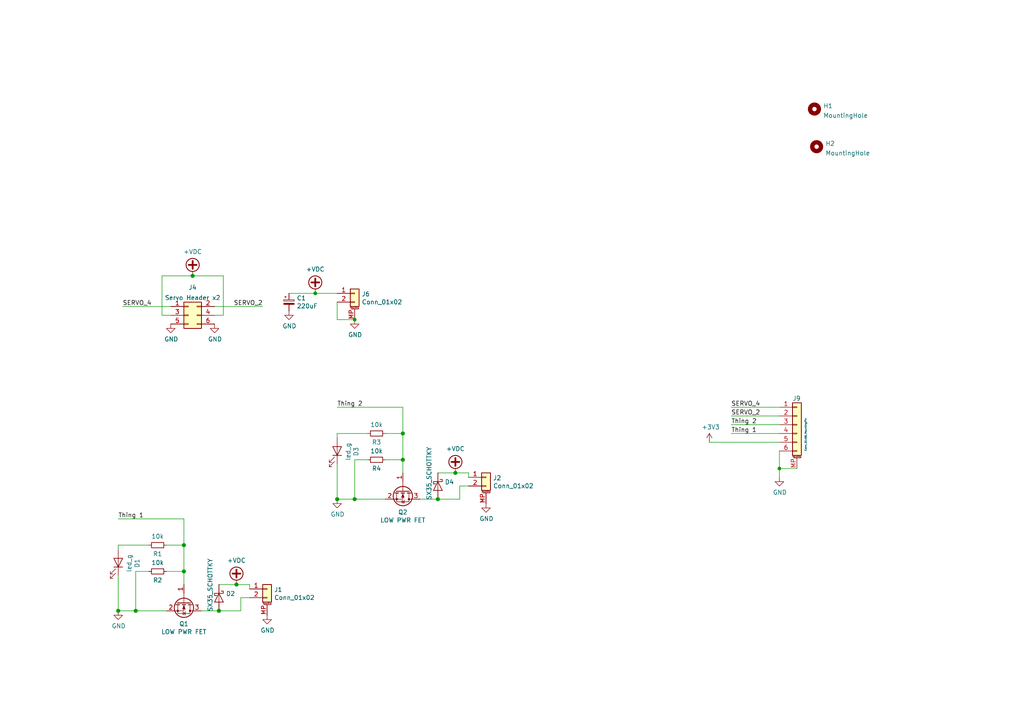
<source format=kicad_sch>
(kicad_sch (version 20211123) (generator eeschema)
  (paper "A4")
  (lib_symbols
    (symbol "Connector_Generic:Conn_02x03_Odd_Even" (pin_names (offset 1.016) hide)
      (property "Reference" "J" (at 1.27 5.08 0))
      (property "Value" "Conn_02x03_Odd_Even" (at 1.27 -5.08 0))
      (symbol "Conn_02x03_Odd_Even_1_1"
        (rectangle (start -1.27 -2.413) (end 0 -2.667) (stroke (width 0.1524)))
        (rectangle (start -1.27 0.127) (end 0 -0.127) (stroke (width 0.1524)))
        (rectangle (start -1.27 2.667) (end 0 2.413) (stroke (width 0.1524)))
        (rectangle (start -1.27 3.81) (end 3.81 -3.81) (stroke (width 0.254)) (fill (type background)))
        (rectangle (start 3.81 -2.413) (end 2.54 -2.667) (stroke (width 0.1524)))
        (rectangle (start 3.81 0.127) (end 2.54 -0.127) (stroke (width 0.1524)))
        (rectangle (start 3.81 2.667) (end 2.54 2.413) (stroke (width 0.1524)))
        (pin passive line (at -5.08 2.54 0) (length 3.81) (name "Pin_1") (number "1"))
        (pin passive line (at 7.62 2.54 180) (length 3.81) (name "Pin_2") (number "2"))
        (pin passive line (at -5.08 0 0) (length 3.81) (name "Pin_3") (number "3"))
        (pin passive line (at 7.62 0 180) (length 3.81) (name "Pin_4") (number "4"))
        (pin passive line (at -5.08 -2.54 0) (length 3.81) (name "Pin_5") (number "5"))
        (pin passive line (at 7.62 -2.54 180) (length 3.81) (name "Pin_6") (number "6"))
      )
    )
    (symbol "Connector_Generic_MountingPin:Conn_01x02_MountingPin" (pin_names (offset 1.016) hide)
      (property "Reference" "J" (at 0 2.54 0))
      (property "Value" "Conn_01x02_MountingPin" (at 1.27 -5.08 0))
      (symbol "Conn_01x02_MountingPin_1_1"
        (rectangle (start -1.27 -2.413) (end 0 -2.667) (stroke (width 0.1524)))
        (rectangle (start -1.27 0.127) (end 0 -0.127) (stroke (width 0.1524)))
        (rectangle (start -1.27 1.27) (end 1.27 -3.81) (stroke (width 0.254)) (fill (type background)))
        (polyline (pts (xy -1.016 -4.572) (xy 1.016 -4.572)) (stroke (width 0.1524)))
        (text "Mounting" (at 0 -4.191 0) (effects (font (size 0.381 0.381))))
        (pin passive line (at -5.08 0 0) (length 3.81) (name "Pin_1") (number "1"))
        (pin passive line (at -5.08 -2.54 0) (length 3.81) (name "Pin_2") (number "2"))
        (pin passive line (at 0 -7.62 90) (length 3.048) (name "MountPin") (number "MP"))
      )
    )
    (symbol "Connector_Generic_MountingPin:Conn_01x06_MountingPin" (pin_names (offset 1.016) hide)
      (property "Reference" "J" (at 0 7.62 0))
      (property "Value" "Conn_01x06_MountingPin" (at 1.27 -10.16 0))
      (symbol "Conn_01x06_MountingPin_1_1"
        (rectangle (start -1.27 -7.493) (end 0 -7.747) (stroke (width 0.1524)))
        (rectangle (start -1.27 -4.953) (end 0 -5.207) (stroke (width 0.1524)))
        (rectangle (start -1.27 -2.413) (end 0 -2.667) (stroke (width 0.1524)))
        (rectangle (start -1.27 0.127) (end 0 -0.127) (stroke (width 0.1524)))
        (rectangle (start -1.27 2.667) (end 0 2.413) (stroke (width 0.1524)))
        (rectangle (start -1.27 5.207) (end 0 4.953) (stroke (width 0.1524)))
        (rectangle (start -1.27 6.35) (end 1.27 -8.89) (stroke (width 0.254)) (fill (type background)))
        (polyline (pts (xy -1.016 -9.652) (xy 1.016 -9.652)) (stroke (width 0.1524)))
        (text "Mounting" (at 0 -9.271 0) (effects (font (size 0.381 0.381))))
        (pin passive line (at -5.08 5.08 0) (length 3.81) (name "Pin_1") (number "1"))
        (pin passive line (at -5.08 2.54 0) (length 3.81) (name "Pin_2") (number "2"))
        (pin passive line (at -5.08 0 0) (length 3.81) (name "Pin_3") (number "3"))
        (pin passive line (at -5.08 -2.54 0) (length 3.81) (name "Pin_4") (number "4"))
        (pin passive line (at -5.08 -5.08 0) (length 3.81) (name "Pin_5") (number "5"))
        (pin passive line (at -5.08 -7.62 0) (length 3.81) (name "Pin_6") (number "6"))
        (pin passive line (at 0 -12.7 90) (length 3.048) (name "MountPin") (number "MP"))
      )
    )
    (symbol "Device:CP_Small" (pin_numbers hide) (pin_names (offset 0.254) hide)
      (property "Reference" "C" (at 0.254 1.778 0))
      (property "Value" "CP_Small" (at 0.254 -2.032 0))
      (symbol "CP_Small_0_1"
        (rectangle (start -1.524 -0.3048) (end 1.524 -0.6858) (fill (type outline)))
        (rectangle (start -1.524 0.6858) (end 1.524 0.3048))
        (polyline (pts (xy -1.27 1.524) (xy -0.762 1.524)))
        (polyline (pts (xy -1.016 1.27) (xy -1.016 1.778)))
      )
      (symbol "CP_Small_1_1"
        (pin passive line (at 0 2.54 270) (length 1.8542) (name "~") (number "1"))
        (pin passive line (at 0 -2.54 90) (length 1.8542) (name "~") (number "2"))
      )
    )
    (symbol "Device:D_Schottky" (pin_numbers hide) (pin_names (offset 1.016) hide)
      (property "Reference" "D" (at 0 2.54 0))
      (property "Value" "D_Schottky" (at 0 -2.54 0))
      (symbol "D_Schottky_0_1"
        (polyline (pts (xy 1.27 0) (xy -1.27 0)))
        (polyline (pts (xy 1.27 1.27) (xy 1.27 -1.27) (xy -1.27 0) (xy 1.27 1.27)) (stroke (width 0.2032)))
        (polyline (pts (xy -1.905 0.635) (xy -1.905 1.27) (xy -1.27 1.27) (xy -1.27 -1.27) (xy -0.635 -1.27) (xy -0.635 -0.635)) (stroke (width 0.2032)))
      )
      (symbol "D_Schottky_1_1"
        (pin passive line (at -3.81 0 0) (length 2.54) (name "K") (number "1"))
        (pin passive line (at 3.81 0 180) (length 2.54) (name "A") (number "2"))
      )
    )
    (symbol "Device:LED" (pin_numbers hide) (pin_names (offset 1.016) hide)
      (property "Reference" "D" (at 0 2.54 0))
      (property "Value" "LED" (at 0 -2.54 0))
      (symbol "LED_0_1"
        (polyline (pts (xy -1.27 -1.27) (xy -1.27 1.27)) (stroke (width 0.2032)))
        (polyline (pts (xy -1.27 0) (xy 1.27 0)))
        (polyline (pts (xy 1.27 -1.27) (xy 1.27 1.27) (xy -1.27 0) (xy 1.27 -1.27)) (stroke (width 0.2032)))
        (polyline (pts (xy -3.048 -0.762) (xy -4.572 -2.286) (xy -3.81 -2.286) (xy -4.572 -2.286) (xy -4.572 -1.524)))
        (polyline (pts (xy -1.778 -0.762) (xy -3.302 -2.286) (xy -2.54 -2.286) (xy -3.302 -2.286) (xy -3.302 -1.524)))
      )
      (symbol "LED_1_1"
        (pin passive line (at -3.81 0 0) (length 2.54) (name "K") (number "1"))
        (pin passive line (at 3.81 0 180) (length 2.54) (name "A") (number "2"))
      )
    )
    (symbol "Device:Q_NMOS_GSD" (pin_names (offset 0) hide)
      (property "Reference" "Q" (at 5.08 1.27 0))
      (property "Value" "Q_NMOS_GSD" (at 5.08 -1.27 0))
      (symbol "Q_NMOS_GSD_0_1"
        (polyline (pts (xy 0.254 0) (xy -2.54 0)))
        (polyline (pts (xy 0.254 1.905) (xy 0.254 -1.905)) (stroke (width 0.254)))
        (polyline (pts (xy 0.762 -1.27) (xy 0.762 -2.286)) (stroke (width 0.254)))
        (polyline (pts (xy 0.762 0.508) (xy 0.762 -0.508)) (stroke (width 0.254)))
        (polyline (pts (xy 0.762 2.286) (xy 0.762 1.27)) (stroke (width 0.254)))
        (polyline (pts (xy 2.54 2.54) (xy 2.54 1.778)))
        (polyline (pts (xy 2.54 -2.54) (xy 2.54 0) (xy 0.762 0)))
        (polyline (pts (xy 0.762 -1.778) (xy 3.302 -1.778) (xy 3.302 1.778) (xy 0.762 1.778)))
        (polyline (pts (xy 1.016 0) (xy 2.032 0.381) (xy 2.032 -0.381) (xy 1.016 0)) (fill (type outline)))
        (polyline (pts (xy 2.794 0.508) (xy 2.921 0.381) (xy 3.683 0.381) (xy 3.81 0.254)))
        (polyline (pts (xy 3.302 0.381) (xy 2.921 -0.254) (xy 3.683 -0.254) (xy 3.302 0.381)))
        (circle (center 1.651 0) (radius 2.794) (stroke (width 0.254)))
        (circle (center 2.54 -1.778) (radius 0.254) (fill (type outline)))
        (circle (center 2.54 1.778) (radius 0.254) (fill (type outline)))
      )
      (symbol "Q_NMOS_GSD_1_1"
        (pin input line (at -5.08 0 0) (length 2.54) (name "G") (number "1"))
        (pin passive line (at 2.54 -5.08 90) (length 2.54) (name "S") (number "2"))
        (pin passive line (at 2.54 5.08 270) (length 2.54) (name "D") (number "3"))
      )
    )
    (symbol "Device:R_Small" (pin_numbers hide) (pin_names (offset 0.254) hide)
      (property "Reference" "R" (at 0.762 0.508 0))
      (property "Value" "R_Small" (at 0.762 -1.016 0))
      (symbol "R_Small_0_1"
        (rectangle (start -0.762 1.778) (end 0.762 -1.778) (stroke (width 0.2032)))
      )
      (symbol "R_Small_1_1"
        (pin passive line (at 0 2.54 270) (length 0.762) (name "~") (number "1"))
        (pin passive line (at 0 -2.54 90) (length 0.762) (name "~") (number "2"))
      )
    )
    (symbol "Mechanical:MountingHole" (pin_names (offset 1.016))
      (property "Reference" "H" (at 0 5.08 0))
      (property "Value" "MountingHole" (at 0 3.175 0))
      (symbol "MountingHole_0_1"
        (circle (center 0 0) (radius 1.27) (stroke (width 1.27)))
      )
    )
    (symbol "power:+3.3V" (power) (pin_names (offset 0))
      (property "Value" "+3.3V" (at 0 3.556 0))
      (symbol "+3.3V_0_1"
        (polyline (pts (xy -0.762 1.27) (xy 0 2.54)))
        (polyline (pts (xy 0 0) (xy 0 2.54)))
        (polyline (pts (xy 0 2.54) (xy 0.762 1.27)))
      )
      (symbol "+3.3V_1_1"
        (pin power_in line (at 0 0 90) (length 0) hide (name "+3V3") (number "1"))
      )
    )
    (symbol "power:+VDC" (power) (pin_names (offset 0))
      (property "Value" "+VDC" (at 0 6.35 0))
      (symbol "+VDC_0_1"
        (polyline (pts (xy -1.143 3.175) (xy 1.143 3.175)) (stroke (width 0.508)))
        (polyline (pts (xy 0 0) (xy 0 1.27)))
        (polyline (pts (xy 0 2.032) (xy 0 4.318)) (stroke (width 0.508)))
        (circle (center 0 3.175) (radius 1.905) (stroke (width 0.254)))
      )
      (symbol "+VDC_1_1"
        (pin power_in line (at 0 0 90) (length 0) hide (name "+VDC") (number "1"))
      )
    )
    (symbol "power:GND" (power) (pin_names (offset 0))
      (property "Value" "GND" (at 0 -3.81 0))
      (symbol "GND_0_1"
        (polyline (pts (xy 0 0) (xy 0 -1.27) (xy 1.27 -1.27) (xy 0 -2.54) (xy -1.27 -1.27) (xy 0 -1.27)))
      )
      (symbol "GND_1_1"
        (pin power_in line (at 0 0 270) (length 0) hide (name "GND") (number "1"))
      )
    )
  )
  (junction (at 91.44 85.09))
  (junction (at 102.87 92.71))
  (junction (at 53.34 165.735) (diameter 1.016))
  (junction (at 34.29 177.165) (diameter 1.016))
  (junction (at 39.37 177.165) (diameter 1.016))
  (junction (at 116.84 125.73) (diameter 1.016))
  (junction (at 68.58 169.545) (diameter 1.016))
  (junction (at 53.34 158.115) (diameter 1.016))
  (junction (at 127 144.78) (diameter 1.016))
  (junction (at 132.08 137.16) (diameter 1.016))
  (junction (at 102.87 144.78) (diameter 1.016))
  (junction (at 97.79 144.78) (diameter 1.016))
  (junction (at 55.88 80.01) (diameter 1.016))
  (junction (at 226.06 135.89))
  (junction (at 63.5 177.165) (diameter 1.016))
  (junction (at 116.84 133.35) (diameter 1.016))
  (wire (pts (xy 212.09 120.65) (xy 226.06 120.65)))
  (wire (pts (xy 116.84 133.35) (xy 116.84 137.16)))
  (wire (pts (xy 212.09 125.73) (xy 226.06 125.73)))
  (wire (pts (xy 102.87 133.35) (xy 102.87 144.78)))
  (wire (pts (xy 34.29 158.115) (xy 34.29 159.385)))
  (wire (pts (xy 83.82 85.09) (xy 91.44 85.09)))
  (wire (pts (xy 46.99 80.01) (xy 55.88 80.01)))
  (wire (pts (xy 127 144.78) (xy 133.35 144.78)))
  (wire (pts (xy 116.84 118.11) (xy 97.79 118.11)))
  (wire (pts (xy 53.34 150.495) (xy 34.29 150.495)))
  (wire (pts (xy 58.42 177.165) (xy 63.5 177.165)))
  (wire (pts (xy 226.06 135.89) (xy 226.06 138.43)))
  (wire (pts (xy 97.79 144.78) (xy 102.87 144.78)))
  (wire (pts (xy 91.44 85.09) (xy 97.79 85.09)))
  (wire (pts (xy 205.74 128.27) (xy 226.06 128.27)))
  (wire (pts (xy 72.39 169.545) (xy 72.39 170.815)))
  (wire (pts (xy 69.85 173.355) (xy 72.39 173.355)))
  (wire (pts (xy 212.09 123.19) (xy 226.06 123.19)))
  (wire (pts (xy 53.34 165.735) (xy 53.34 169.545)))
  (wire (pts (xy 97.79 125.73) (xy 97.79 127)))
  (wire (pts (xy 64.77 91.44) (xy 62.23 91.44)))
  (wire (pts (xy 133.35 144.78) (xy 133.35 140.97)))
  (wire (pts (xy 69.85 177.165) (xy 69.85 173.355)))
  (wire (pts (xy 135.89 137.16) (xy 135.89 138.43)))
  (wire (pts (xy 97.79 92.71) (xy 102.87 92.71)))
  (wire (pts (xy 39.37 165.735) (xy 39.37 177.165)))
  (wire (pts (xy 62.23 88.9) (xy 76.2 88.9)))
  (wire (pts (xy 48.26 165.735) (xy 53.34 165.735)))
  (wire (pts (xy 111.76 133.35) (xy 116.84 133.35)))
  (wire (pts (xy 46.99 91.44) (xy 46.99 80.01)))
  (wire (pts (xy 97.79 134.62) (xy 97.79 144.78)))
  (wire (pts (xy 43.18 165.735) (xy 39.37 165.735)))
  (wire (pts (xy 49.53 88.9) (xy 35.56 88.9)))
  (wire (pts (xy 102.87 144.78) (xy 111.76 144.78)))
  (wire (pts (xy 34.29 177.165) (xy 39.37 177.165)))
  (wire (pts (xy 64.77 80.01) (xy 64.77 91.44)))
  (wire (pts (xy 127 137.16) (xy 132.08 137.16)))
  (wire (pts (xy 121.92 144.78) (xy 127 144.78)))
  (wire (pts (xy 106.68 125.73) (xy 97.79 125.73)))
  (wire (pts (xy 212.09 118.11) (xy 226.06 118.11)))
  (wire (pts (xy 133.35 140.97) (xy 135.89 140.97)))
  (wire (pts (xy 63.5 169.545) (xy 68.58 169.545)))
  (wire (pts (xy 111.76 125.73) (xy 116.84 125.73)))
  (wire (pts (xy 53.34 158.115) (xy 53.34 150.495)))
  (wire (pts (xy 68.58 169.545) (xy 72.39 169.545)))
  (wire (pts (xy 48.26 158.115) (xy 53.34 158.115)))
  (wire (pts (xy 106.68 133.35) (xy 102.87 133.35)))
  (wire (pts (xy 55.88 80.01) (xy 64.77 80.01)))
  (wire (pts (xy 49.53 91.44) (xy 46.99 91.44)))
  (wire (pts (xy 43.18 158.115) (xy 34.29 158.115)))
  (wire (pts (xy 39.37 177.165) (xy 48.26 177.165)))
  (wire (pts (xy 34.29 167.005) (xy 34.29 177.165)))
  (wire (pts (xy 53.34 158.115) (xy 53.34 165.735)))
  (wire (pts (xy 226.06 135.89) (xy 231.14 135.89)))
  (wire (pts (xy 116.84 125.73) (xy 116.84 118.11)))
  (wire (pts (xy 226.06 130.81) (xy 226.06 135.89)))
  (wire (pts (xy 63.5 177.165) (xy 69.85 177.165)))
  (wire (pts (xy 97.79 87.63) (xy 97.79 92.71)))
  (wire (pts (xy 116.84 125.73) (xy 116.84 133.35)))
  (wire (pts (xy 132.08 137.16) (xy 135.89 137.16)))
  (label "Thing 2" (at 212.09 123.19 0))
  (label "SERVO_4" (at 212.09 118.11 0))
  (label "Thing 1" (at 34.29 150.495 0))
  (label "Thing 1" (at 212.09 125.73 0))
  (label "SERVO_2" (at 76.2 88.9 180))
  (label "SERVO_2" (at 212.09 120.65 0))
  (label "SERVO_4" (at 35.56 88.9 0))
  (label "Thing 2" (at 97.79 118.11 0))
  (symbol (lib_id "Connector_Generic:Conn_02x03_Odd_Even") (at 54.61 91.44 0) (unit 1)
    (property "Reference" "J4" (at 55.88 83.3882 0))
    (property "Value" "Servo Header x2" (at 55.88 86.36 0))
    (property "Footprint" "Connector_PinHeader_2.54mm:PinHeader_2x03_P2.54mm_Vertical_SMD" (effects hide))
  )
  (symbol (lib_id "Device:Q_NMOS_GSD") (at 116.84 142.24 270) (unit 1)
    (property "Reference" "Q2" (at 116.84 148.5646 90))
    (property "Value" "LOW PWR FET" (at 116.84 150.876 90))
    (property "Footprint" "Package_TO_SOT_SMD:SOT-23" (effects hide))
  )
  (symbol (lib_id "Device:R_Small") (at 109.22 133.35 90) (unit 1)
    (property "Reference" "R4" (at 109.22 135.89 90))
    (property "Value" "10k" (at 109.22 130.81 90))
    (property "Footprint" "Resistor_SMD:R_0603_1608Metric" (effects hide))
  )
  (symbol (lib_id "Device:R_Small") (at 45.72 158.115 90) (unit 1)
    (property "Reference" "R1" (at 45.72 160.655 90))
    (property "Value" "10k" (at 45.72 155.575 90))
    (property "Footprint" "Resistor_SMD:R_0603_1608Metric" (effects hide))
  )
  (symbol (lib_id "Device:R_Small") (at 45.72 165.735 90) (unit 1)
    (property "Reference" "R2" (at 45.72 168.275 90))
    (property "Value" "10k" (at 45.72 163.195 90))
    (property "Footprint" "Resistor_SMD:R_0603_1608Metric" (effects hide))
  )
  (symbol (lib_id "Mechanical:MountingHole") (at 236.228 31.6294 0) (unit 1)
    (property "Reference" "H1" (at 238.768 30.7209 0) (effects (justify left)))
    (property "Value" "MountingHole" (at 238.768 33.496 0) (effects (justify left)))
    (property "Footprint" "MountingHole:MountingHole_3.2mm_M3_ISO14580" (effects hide))
  )
  (symbol (lib_id "power:GND") (at 140.97 146.05 0) (unit 1)
    (property "Reference" "#PWR06" (effects hide))
    (property "Value" "GND" (at 141.097 150.4442 0))
  )
  (symbol (lib_id "Mechanical:MountingHole") (at 236.855 42.545 0) (unit 1)
    (property "Reference" "H2" (at 239.395 41.6365 0) (effects (justify left)))
    (property "Value" "MountingHole" (at 239.395 44.4116 0) (effects (justify left)))
    (property "Footprint" "MountingHole:MountingHole_3.2mm_M3_ISO14580" (effects hide))
  )
  (symbol (lib_id "Device:LED") (at 34.29 163.195 270) (mirror x) (unit 1)
    (property "Reference" "D1" (at 39.7764 163.3728 0))
    (property "Value" "led_g" (at 37.465 163.3728 0))
    (property "Footprint" "LED_SMD:LED_0603_1608Metric" (effects hide))
  )
  (symbol (lib_id "Device:R_Small") (at 109.22 125.73 90) (unit 1)
    (property "Reference" "R3" (at 109.22 128.27 90))
    (property "Value" "10k" (at 109.22 123.19 90))
    (property "Footprint" "Resistor_SMD:R_0603_1608Metric" (effects hide))
  )
  (symbol (lib_id "Connector_Generic_MountingPin:Conn_01x06_MountingPin") (at 231.14 123.19 0) (unit 1)
    (property "Reference" "J9" (at 229.87 115.57 0) (effects (justify left)))
    (property "Value" "Conn_01x06_MountingPin" (at 233.68 130.81 90) (effects (font (size 0.5 0.5)) (justify left)))
    (property "Footprint" "Connector_FFC-FPC:TE_84952-6_1x06-1MP_P1.0mm_Horizontal" (effects hide))
  )
  (symbol (lib_id "Connector_Generic_MountingPin:Conn_01x02_MountingPin") (at 140.97 138.43 0) (unit 1)
    (property "Reference" "J2" (at 143.002 138.6332 0) (effects (justify left)))
    (property "Value" "Conn_01x02" (at 143.002 140.9446 0) (effects (justify left)))
    (property "Footprint" "Connector_JST:JST_XH_2_VERTICAL" (effects hide))
  )
  (symbol (lib_id "power:GND") (at 97.79 144.78 0) (unit 1)
    (property "Reference" "#PWR04" (effects hide))
    (property "Value" "GND" (at 97.917 149.1742 0))
  )
  (symbol (lib_id "power:+VDC") (at 68.58 169.545 0) (unit 1)
    (property "Reference" "#PWR02" (effects hide))
    (property "Value" "+VDC" (at 68.58 162.56 0))
  )
  (symbol (lib_id "power:+VDC") (at 132.08 137.16 0) (unit 1)
    (property "Reference" "#PWR05" (effects hide))
    (property "Value" "+VDC" (at 132.08 130.175 0))
  )
  (symbol (lib_id "power:GND") (at 34.29 177.165 0) (unit 1)
    (property "Reference" "#PWR01" (effects hide))
    (property "Value" "GND" (at 34.417 181.5592 0))
  )
  (symbol (lib_id "Device:D_Schottky") (at 63.5 173.355 270) (unit 1)
    (property "Reference" "D2" (at 65.5066 172.1866 90) (effects (justify left)))
    (property "Value" "SX35_SCHOTTKY" (at 60.96 161.925 0) (effects (justify left)))
    (property "Footprint" "Diode_SMD:D_SMA" (effects hide))
  )
  (symbol (lib_id "power:+3.3V") (at 205.74 128.27 0) (unit 1)
    (property "Reference" "#PWR044" (effects hide))
    (property "Value" "+3.3V" (at 206.121 123.8758 0))
  )
  (symbol (lib_id "power:+VDC") (at 91.44 85.09 0) (unit 1)
    (property "Reference" "#PWR08" (effects hide))
    (property "Value" "+VDC" (at 91.44 78.105 0))
  )
  (symbol (lib_id "power:+VDC") (at 55.88 80.01 0) (unit 1)
    (property "Reference" "#PWR011" (effects hide))
    (property "Value" "+VDC" (at 55.88 73.025 0))
  )
  (symbol (lib_id "power:GND") (at 77.47 178.435 0) (unit 1)
    (property "Reference" "#PWR03" (effects hide))
    (property "Value" "GND" (at 77.597 182.8292 0))
  )
  (symbol (lib_id "power:GND") (at 62.23 93.98 0) (unit 1)
    (property "Reference" "#PWR014" (effects hide))
    (property "Value" "GND" (at 62.357 98.3742 0))
  )
  (symbol (lib_id "Connector_Generic_MountingPin:Conn_01x02_MountingPin") (at 102.87 85.09 0) (unit 1)
    (property "Reference" "J6" (at 104.902 85.2932 0) (effects (justify left)))
    (property "Value" "Conn_01x02" (at 104.902 87.6046 0) (effects (justify left)))
    (property "Footprint" "Connector_JST:JST_XH_2_VERTICAL" (effects hide))
  )
  (symbol (lib_id "power:GND") (at 83.82 90.17 0) (unit 1)
    (property "Reference" "#PWR07" (effects hide))
    (property "Value" "GND" (at 83.947 94.5642 0))
  )
  (symbol (lib_id "Device:LED") (at 97.79 130.81 270) (mirror x) (unit 1)
    (property "Reference" "D3" (at 103.2764 130.9878 0))
    (property "Value" "led_g" (at 100.965 130.9878 0))
    (property "Footprint" "LED_SMD:LED_0603_1608Metric" (effects hide))
  )
  (symbol (lib_id "power:GND") (at 102.87 92.71 0) (unit 1)
    (property "Reference" "#PWR010" (effects hide))
    (property "Value" "GND" (at 102.997 97.1042 0))
  )
  (symbol (lib_id "Device:CP_Small") (at 83.82 87.63 0) (unit 1)
    (property "Reference" "C1" (at 86.0552 86.4616 0) (effects (justify left)))
    (property "Value" "220uF" (at 86.0552 88.773 0) (effects (justify left)))
    (property "Footprint" "Capacitor_SMD:CP_Elec_8x6.5" (effects hide))
  )
  (symbol (lib_id "power:GND") (at 49.53 93.98 0) (unit 1)
    (property "Reference" "#PWR09" (effects hide))
    (property "Value" "GND" (at 49.657 98.3742 0))
  )
  (symbol (lib_id "Device:D_Schottky") (at 127 140.97 270) (unit 1)
    (property "Reference" "D4" (at 129.0066 139.8016 90) (effects (justify left)))
    (property "Value" "SX35_SCHOTTKY" (at 124.46 129.54 0) (effects (justify left)))
    (property "Footprint" "Diode_SMD:D_SMA" (effects hide))
  )
  (symbol (lib_id "Connector_Generic_MountingPin:Conn_01x02_MountingPin") (at 77.47 170.815 0) (unit 1)
    (property "Reference" "J1" (at 79.502 171.0182 0) (effects (justify left)))
    (property "Value" "Conn_01x02" (at 79.502 173.3296 0) (effects (justify left)))
    (property "Footprint" "Connector_JST:JST_XH_2_VERTICAL" (effects hide))
  )
  (symbol (lib_id "Device:Q_NMOS_GSD") (at 53.34 174.625 270) (unit 1)
    (property "Reference" "Q1" (at 53.34 180.9496 90))
    (property "Value" "LOW PWR FET" (at 53.34 183.261 90))
    (property "Footprint" "Package_TO_SOT_SMD:SOT-23" (effects hide))
  )
  (symbol (lib_id "power:GND") (at 226.06 138.43 0) (unit 1)
    (property "Reference" "#PWR045" (effects hide))
    (property "Value" "GND" (at 226.187 142.8242 0))
  )
)
</source>
